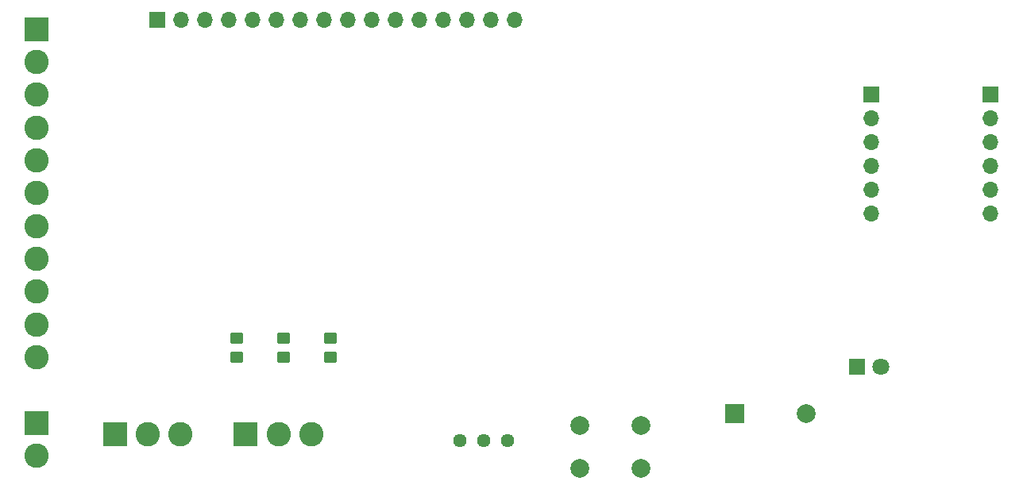
<source format=gbr>
%TF.GenerationSoftware,KiCad,Pcbnew,7.0.11-7.0.11~ubuntu22.04.1*%
%TF.CreationDate,2024-03-21T10:39:11+01:00*%
%TF.ProjectId,displayshield,64697370-6c61-4797-9368-69656c642e6b,rev?*%
%TF.SameCoordinates,Original*%
%TF.FileFunction,Soldermask,Top*%
%TF.FilePolarity,Negative*%
%FSLAX46Y46*%
G04 Gerber Fmt 4.6, Leading zero omitted, Abs format (unit mm)*
G04 Created by KiCad (PCBNEW 7.0.11-7.0.11~ubuntu22.04.1) date 2024-03-21 10:39:11*
%MOMM*%
%LPD*%
G01*
G04 APERTURE LIST*
G04 Aperture macros list*
%AMRoundRect*
0 Rectangle with rounded corners*
0 $1 Rounding radius*
0 $2 $3 $4 $5 $6 $7 $8 $9 X,Y pos of 4 corners*
0 Add a 4 corners polygon primitive as box body*
4,1,4,$2,$3,$4,$5,$6,$7,$8,$9,$2,$3,0*
0 Add four circle primitives for the rounded corners*
1,1,$1+$1,$2,$3*
1,1,$1+$1,$4,$5*
1,1,$1+$1,$6,$7*
1,1,$1+$1,$8,$9*
0 Add four rect primitives between the rounded corners*
20,1,$1+$1,$2,$3,$4,$5,0*
20,1,$1+$1,$4,$5,$6,$7,0*
20,1,$1+$1,$6,$7,$8,$9,0*
20,1,$1+$1,$8,$9,$2,$3,0*%
G04 Aperture macros list end*
%ADD10R,2.600000X2.600000*%
%ADD11C,2.600000*%
%ADD12R,1.800000X1.800000*%
%ADD13C,1.800000*%
%ADD14C,1.440000*%
%ADD15R,2.000000X2.000000*%
%ADD16C,2.000000*%
%ADD17RoundRect,0.250000X0.450000X-0.350000X0.450000X0.350000X-0.450000X0.350000X-0.450000X-0.350000X0*%
%ADD18R,1.700000X1.700000*%
%ADD19O,1.700000X1.700000*%
G04 APERTURE END LIST*
D10*
%TO.C,J5*%
X138000000Y-105195947D03*
D11*
X141500000Y-105195947D03*
X145000000Y-105195947D03*
%TD*%
D12*
%TO.C,D1*%
X203152625Y-98000000D03*
D13*
X205692625Y-98000000D03*
%TD*%
D14*
%TO.C,RV1*%
X165857570Y-105854066D03*
X163317570Y-105854066D03*
X160777570Y-105854066D03*
%TD*%
D11*
%TO.C,J4*%
X131047520Y-105173195D03*
X127547520Y-105173195D03*
D10*
X124047520Y-105173195D03*
%TD*%
D15*
%TO.C,BZ1*%
X190092625Y-103000000D03*
D16*
X197692625Y-103000000D03*
%TD*%
D17*
%TO.C,R3*%
X147000000Y-97000000D03*
X147000000Y-95000000D03*
%TD*%
%TO.C,R1*%
X137000000Y-97000000D03*
X137000000Y-95000000D03*
%TD*%
D16*
%TO.C,SW1*%
X173607570Y-104307360D03*
X180107570Y-104307360D03*
X173607570Y-108807360D03*
X180107570Y-108807360D03*
%TD*%
D10*
%TO.C,J2*%
X115692625Y-62000000D03*
D11*
X115692625Y-65500000D03*
X115692625Y-69000000D03*
X115692625Y-72500000D03*
X115692625Y-76000000D03*
X115692625Y-79500000D03*
X115692625Y-83000000D03*
X115692625Y-86500000D03*
X115692625Y-90000000D03*
X115692625Y-93500000D03*
X115692625Y-97000000D03*
%TD*%
D10*
%TO.C,J3*%
X115692625Y-104000000D03*
D11*
X115692625Y-107500000D03*
%TD*%
D18*
%TO.C,J1*%
X128532625Y-61000000D03*
D19*
X131072625Y-61000000D03*
X133612625Y-61000000D03*
X136152625Y-61000000D03*
X138692625Y-61000000D03*
X141232625Y-61000000D03*
X143772625Y-61000000D03*
X146312625Y-61000000D03*
X148852625Y-61000000D03*
X151392625Y-61000000D03*
X153932625Y-61000000D03*
X156472625Y-61000000D03*
X159012625Y-61000000D03*
X161552625Y-61000000D03*
X164092625Y-61000000D03*
X166632625Y-61000000D03*
%TD*%
D17*
%TO.C,R2*%
X142000000Y-97000000D03*
X142000000Y-95000000D03*
%TD*%
D18*
%TO.C,ADS1015*%
X204692625Y-69000000D03*
D19*
X204692625Y-71540000D03*
X204692625Y-74080000D03*
X204692625Y-76620000D03*
X204692625Y-79160000D03*
X204692625Y-81700000D03*
D18*
X217392625Y-69000000D03*
D19*
X217392625Y-71540000D03*
X217392625Y-74080000D03*
X217392625Y-76620000D03*
X217392625Y-79160000D03*
X217392625Y-81700000D03*
%TD*%
M02*

</source>
